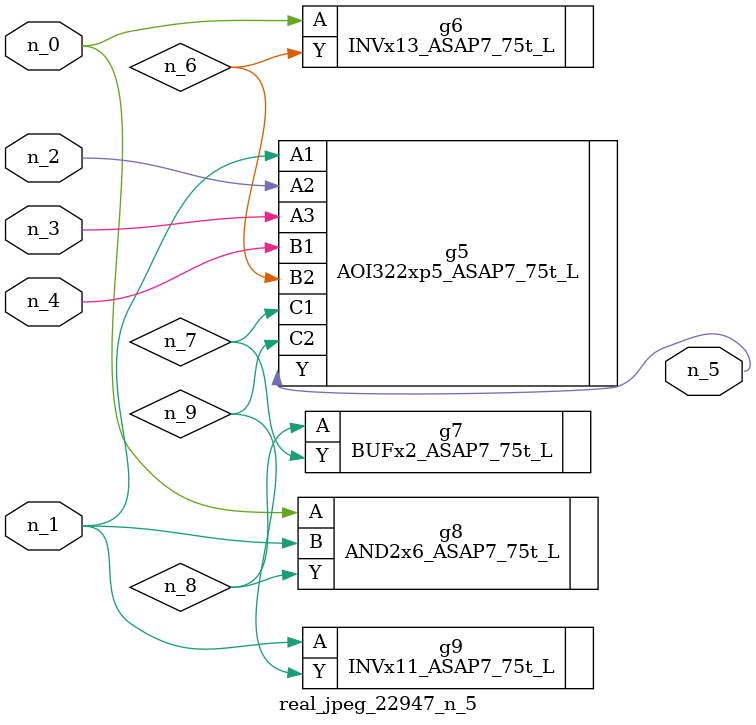
<source format=v>
module real_jpeg_22947_n_5 (n_4, n_0, n_1, n_2, n_3, n_5);

input n_4;
input n_0;
input n_1;
input n_2;
input n_3;

output n_5;

wire n_8;
wire n_6;
wire n_7;
wire n_9;

INVx13_ASAP7_75t_L g6 ( 
.A(n_0),
.Y(n_6)
);

AND2x6_ASAP7_75t_L g8 ( 
.A(n_0),
.B(n_1),
.Y(n_8)
);

AOI322xp5_ASAP7_75t_L g5 ( 
.A1(n_1),
.A2(n_2),
.A3(n_3),
.B1(n_4),
.B2(n_6),
.C1(n_7),
.C2(n_9),
.Y(n_5)
);

INVx11_ASAP7_75t_L g9 ( 
.A(n_1),
.Y(n_9)
);

BUFx2_ASAP7_75t_L g7 ( 
.A(n_8),
.Y(n_7)
);


endmodule
</source>
